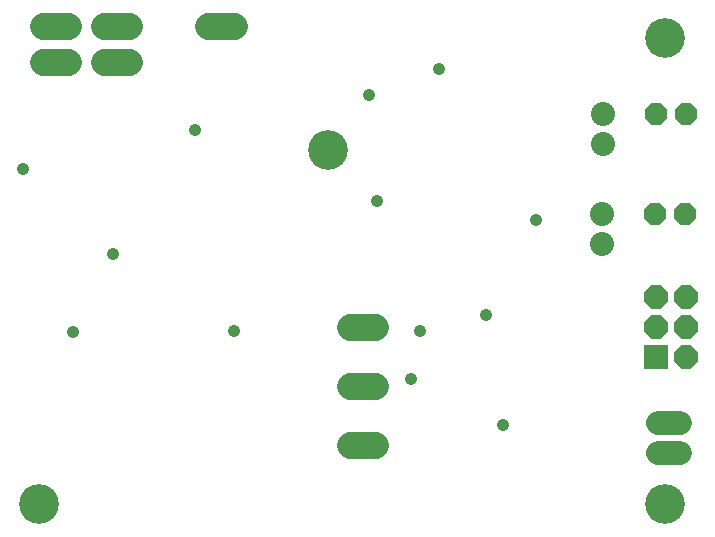
<source format=gts>
G75*
%MOIN*%
%OFA0B0*%
%FSLAX24Y24*%
%IPPOS*%
%LPD*%
%AMOC8*
5,1,8,0,0,1.08239X$1,22.5*
%
%ADD10C,0.1320*%
%ADD11R,0.0800X0.0800*%
%ADD12OC8,0.0800*%
%ADD13C,0.0916*%
%ADD14OC8,0.0720*%
%ADD15C,0.0800*%
%ADD16C,0.0800*%
%ADD17C,0.0414*%
D10*
X002153Y002129D03*
X011799Y013940D03*
X023019Y017680D03*
X023019Y002129D03*
D11*
X022716Y007034D03*
D12*
X023716Y007034D03*
X023716Y008034D03*
X022716Y008034D03*
X022716Y009034D03*
X023716Y009034D03*
D13*
X013374Y008034D02*
X012517Y008034D01*
X012517Y006066D02*
X013374Y006066D01*
X013374Y004097D02*
X012517Y004097D01*
X005175Y016892D02*
X004318Y016892D01*
X003137Y016892D02*
X002281Y016892D01*
X002281Y018073D02*
X003137Y018073D01*
X004318Y018073D02*
X005175Y018073D01*
X007793Y018073D02*
X008649Y018073D01*
D14*
X022716Y015145D03*
X023716Y015145D03*
X023691Y011823D03*
X022691Y011823D03*
D15*
X022797Y004826D02*
X023537Y004826D01*
X023537Y003826D02*
X022797Y003826D01*
D16*
X020928Y010823D03*
X020928Y011823D03*
X020977Y014145D03*
X020977Y015145D03*
D17*
X018738Y011602D03*
X017065Y008452D03*
X014875Y007911D03*
X014555Y006312D03*
X017630Y004761D03*
X008649Y007911D03*
X004614Y010470D03*
X003310Y007862D03*
X001636Y013300D03*
X007370Y014604D03*
X013152Y015785D03*
X015490Y016646D03*
X013423Y012242D03*
M02*

</source>
